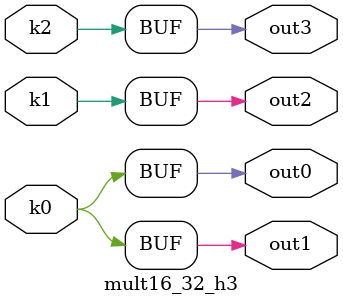
<source format=v>
module mult16_32(pi0, pi1, pi2, pi3, pi4, pi5, pi6, po0, po1, po2, po3);
input pi0, pi1, pi2, pi3, pi4, pi5, pi6;
output po0, po1, po2, po3;
wire k0, k1, k2;
mult16_32_w3 DUT1 (pi0, pi1, pi2, pi3, pi4, pi5, pi6, k0, k1, k2);
mult16_32_h3 DUT2 (k0, k1, k2, po0, po1, po2, po3);
endmodule

module mult16_32_w3(in6, in5, in4, in3, in2, in1, in0, k2, k1, k0);
input in6, in5, in4, in3, in2, in1, in0;
output k2, k1, k0;
assign k0 =   in0 ? (((~in5 ^ in4) & ((in6 & ((~in3 & (in2 | in1)) | (in2 & in1))) | (~in3 & in2 & in1))) | ((in5 ^ in4) & ((~in6 & ((~in2 & ~in1) | (in3 & (~in2 | ~in1)))) | (in3 & ~in2 & ~in1))) | (in6 & ~in3 & in2 & in1) | (~in6 & in3 & ~in2 & ~in1)) : (((in2 ^ in1) & ((in5 & (~in4 ^ in3)) | (~in5 & (in4 ^ in3)) | (in6 & in3) | (~in6 & ~in3))) | (~in2 & ~in1 & (((in6 | ~in3) & (~in5 ^ in4)) | (in6 & ~in3))) | (in2 & in1 & ((~in6 & in3) | ((~in6 | in3) & (in5 ^ in4)))));
assign k1 =   ((~in2 ^ in1) & (((~in4 ^ in3) & (~in6 ^ in5)) | ((in4 ^ in3) & (in6 ^ in5)))) | ((in2 ^ in1) & (((~in6 ^ in5) & (in4 ^ in3)) | ((~in4 ^ in3) & (in6 ^ in5))));
assign k2 =   in5 & in4;
endmodule

module mult16_32_h3(k2, k1, k0, out3, out2, out1, out0);
input k2, k1, k0;
output out3, out2, out1, out0;
assign out0 = k0;
assign out1 = k0;
assign out2 = k1;
assign out3 = k2;
endmodule

</source>
